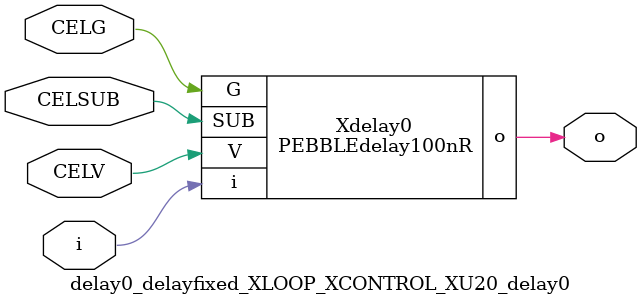
<source format=v>



module PEBBLEdelay100nR ( o, V, G, i, SUB );

  input V;
  input i;
  input G;
  output o;
  input SUB;
endmodule

//Celera Confidential Do Not Copy delay0_delayfixed_XLOOP_XCONTROL_XU20_delay0
//TYPE: fixed 100ns
module delay0_delayfixed_XLOOP_XCONTROL_XU20_delay0 (i, CELV, o,
CELG,CELSUB);
input CELV;
input i;
output o;
input CELSUB;
input CELG;

//Celera Confidential Do Not Copy delayfast0
PEBBLEdelay100nR Xdelay0(
.V (CELV),
.i (i),
.o (o),
.G (CELG),
.SUB (CELSUB)
);
//,diesize,PEBBLEdelay100nR

//Celera Confidential Do Not Copy Module End
//Celera Schematic Generator
endmodule

</source>
